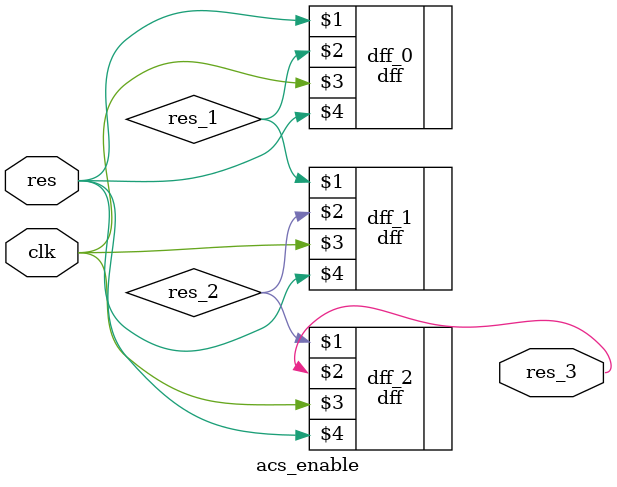
<source format=v>
/******************************************************/
/* module acs_enable                                  */
/******************************************************/
// ---------------------------------------------------------------------------
// Purpose 	: This module is used to delay the reset for 2 clocks 
//                as there is no compare and select on 
//                clock 0 to K - 1 (look at the trellis diagram)
// --
// File name	: acs_enable.v
// Author	: M. Zalfany Urfianto
//		  <zalfany@opencores.org>
// Last Rev.	: 18.4.2000
// 
// Modules used : dff.v
// --
// Simulator	: ModelSim PE/Plus 4.7h
// Error	: None known yet.
// ---------------------------------------------------------------------------

module acs_enable (clk,res,res_3);

   input clk,res; 
   output res_3;

   wire res_1,res_2;   
   
   dff dff_0(res,res_1,clk,res); 
   dff dff_1(res_1,res_2,clk,res);
   dff dff_2(res_2,res_3,clk,res);
   
endmodule
</source>
